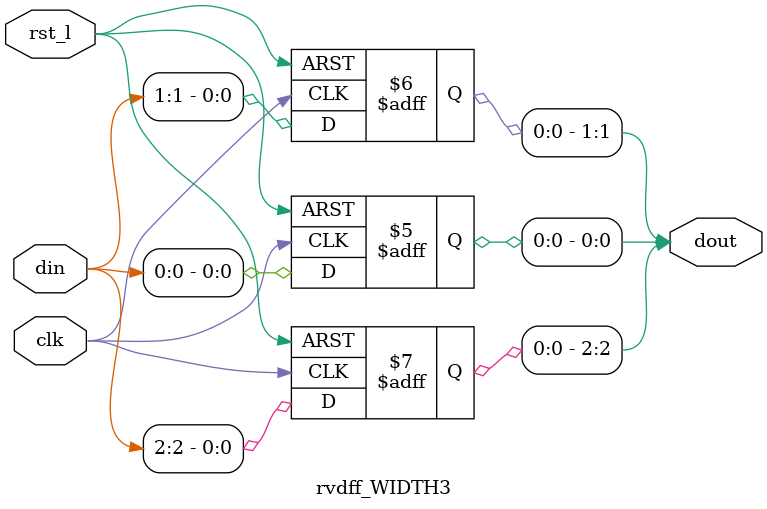
<source format=v>

module rvdff_WIDTH3
(
  din,
  clk,
  rst_l,
  dout
);

  input [2:0] din;
  output [2:0] dout;
  input clk;
  input rst_l;
  wire N0;
  reg [2:0] dout;

  always @(posedge clk or posedge N0) begin
    if(N0) begin
      dout[2] <= 1'b0;
    end else if(1'b1) begin
      dout[2] <= din[2];
    end
  end


  always @(posedge clk or posedge N0) begin
    if(N0) begin
      dout[1] <= 1'b0;
    end else if(1'b1) begin
      dout[1] <= din[1];
    end
  end


  always @(posedge clk or posedge N0) begin
    if(N0) begin
      dout[0] <= 1'b0;
    end else if(1'b1) begin
      dout[0] <= din[0];
    end
  end

  assign N0 = ~rst_l;

endmodule
</source>
